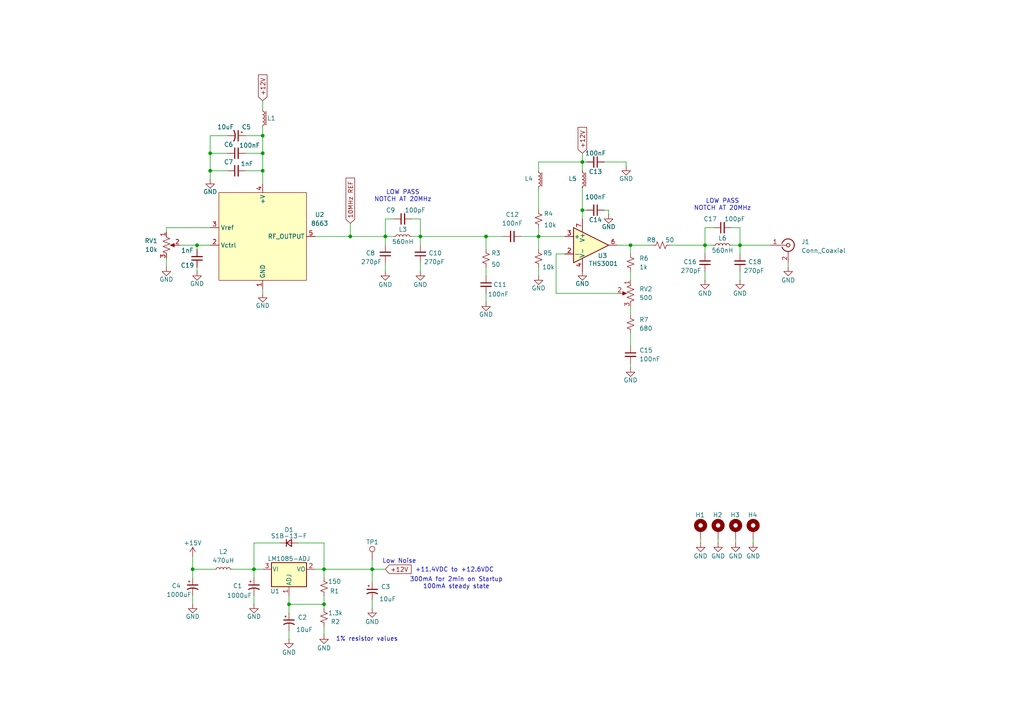
<source format=kicad_sch>
(kicad_sch (version 20231120) (generator "eeschema") (generator_version "8.0")
  (paper "A4")
  (lib_symbols
    (symbol "B12T_OPAMP:THS3001" (pin_names (offset 0.127))
      (property "Reference" "U" (at 0 5.08 0))
      (property "Value" "THS3001" (at 0 -5.08 0))
      (symbol "THS3001_0_1"
        (polyline (pts (xy -5.08 5.08) (xy 5.08 0) (xy -5.08 -5.08) (xy -5.08 5.08)) (stroke (width 0.254)) (fill (type background)))
        (pin no_connect line (at 2.54 0 270) (length 2.54) hide (name "NC") (number "1"))
        (pin power_in line (at -2.54 -7.62 90) (length 3.81) (name "V-") (number "4"))
        (pin no_connect line (at 0 2.54 270) (length 2.54) hide (name "NC") (number "5"))
        (pin power_in line (at -2.54 7.62 270) (length 3.81) (name "V+") (number "7"))
        (pin no_connect line (at 0 -2.54 90) (length 2.54) hide (name "NC") (number "8"))
      )
      (symbol "THS3001_1_1"
        (pin input line (at -7.62 -2.54 0) (length 2.54) (name "-") (number "2"))
        (pin input line (at -7.62 2.54 0) (length 2.54) (name "+") (number "3"))
        (pin output line (at 7.62 0 180) (length 2.54) (name "~") (number "6"))
        (pin power_in line (at -2.54 -7.62 90) (length 3.81) hide (name "V-") (number "9"))
      )
    )
    (symbol "Connector:Conn_Coaxial" (pin_names (offset 1.016) hide)
      (property "Reference" "J" (at 0.254 3.048 0))
      (property "Value" "Conn_Coaxial" (at 2.921 0 90))
      (symbol "Conn_Coaxial_0_1"
        (arc (start -1.778 -0.508) (mid 0.2311 -1.8066) (end 1.778 0) (stroke (width 0.254)))
        (polyline (pts (xy -2.54 0) (xy -0.508 0)))
        (polyline (pts (xy 0 -2.54) (xy 0 -1.778)))
        (circle (center 0 0) (radius 0.508) (stroke (width 0.2032)))
        (arc (start 1.778 0) (mid 0.2099 1.8101) (end -1.778 0.508) (stroke (width 0.254)))
      )
      (symbol "Conn_Coaxial_1_1"
        (pin passive line (at -5.08 0 0) (length 2.54) (name "In") (number "1"))
        (pin passive line (at 0 -5.08 90) (length 2.54) (name "Ext") (number "2"))
      )
    )
    (symbol "Connector:TestPoint" (pin_numbers hide) (pin_names (offset 0.762) hide)
      (property "Reference" "TP" (at 0 6.858 0))
      (property "Value" "TestPoint" (at 0 5.08 0))
      (symbol "TestPoint_0_1"
        (circle (center 0 3.302) (radius 0.762))
      )
      (symbol "TestPoint_1_1"
        (pin passive line (at 0 0 90) (length 2.54) (name "1") (number "1"))
      )
    )
    (symbol "Device:C_Polarized_Small_US" (pin_numbers hide) (pin_names (offset 0.254) hide)
      (property "Reference" "C" (at 0.254 1.778 0))
      (property "Value" "C_Polarized_Small_US" (at 0.254 -2.032 0))
      (symbol "C_Polarized_Small_US_0_1"
        (polyline (pts (xy -1.524 0.508) (xy 1.524 0.508)) (stroke (width 0.3048)))
        (polyline (pts (xy -1.27 1.524) (xy -0.762 1.524)))
        (polyline (pts (xy -1.016 1.27) (xy -1.016 1.778)))
        (arc (start 1.524 -0.762) (mid 0 -0.3734) (end -1.524 -0.762) (stroke (width 0.3048)))
      )
      (symbol "C_Polarized_Small_US_1_1"
        (pin passive line (at 0 2.54 270) (length 2.032) (name "~") (number "1"))
        (pin passive line (at 0 -2.54 90) (length 2.032) (name "~") (number "2"))
      )
    )
    (symbol "Device:C_Small" (pin_numbers hide) (pin_names (offset 0.254) hide)
      (property "Reference" "C" (at 0.254 1.778 0))
      (property "Value" "C_Small" (at 0.254 -2.032 0))
      (symbol "C_Small_0_1"
        (polyline (pts (xy -1.524 -0.508) (xy 1.524 -0.508)) (stroke (width 0.3302)))
        (polyline (pts (xy -1.524 0.508) (xy 1.524 0.508)) (stroke (width 0.3048)))
      )
      (symbol "C_Small_1_1"
        (pin passive line (at 0 2.54 270) (length 2.032) (name "~") (number "1"))
        (pin passive line (at 0 -2.54 90) (length 2.032) (name "~") (number "2"))
      )
    )
    (symbol "Device:D_Small" (pin_numbers hide) (pin_names (offset 0.254) hide)
      (property "Reference" "D" (at -1.27 2.032 0))
      (property "Value" "D_Small" (at -3.81 -2.032 0))
      (symbol "D_Small_0_1"
        (polyline (pts (xy -0.762 -1.016) (xy -0.762 1.016)) (stroke (width 0.254)))
        (polyline (pts (xy -0.762 0) (xy 0.762 0)))
        (polyline (pts (xy 0.762 -1.016) (xy -0.762 0) (xy 0.762 1.016) (xy 0.762 -1.016)) (stroke (width 0.254)))
      )
      (symbol "D_Small_1_1"
        (pin passive line (at -2.54 0 0) (length 1.778) (name "K") (number "1"))
        (pin passive line (at 2.54 0 180) (length 1.778) (name "A") (number "2"))
      )
    )
    (symbol "Device:L_Ferrite_Small" (pin_numbers hide) (pin_names (offset 0.254) hide)
      (property "Reference" "L" (at 1.27 1.016 0))
      (property "Value" "L_Ferrite_Small" (at 1.27 -1.27 0))
      (symbol "L_Ferrite_Small_0_1"
        (arc (start 0 -2.032) (mid 0.5058 -1.524) (end 0 -1.016))
        (arc (start 0 -1.016) (mid 0.5058 -0.508) (end 0 0))
        (polyline (pts (xy 0.762 -1.905) (xy 0.762 -1.651)))
        (polyline (pts (xy 0.762 -1.397) (xy 0.762 -1.143)))
        (polyline (pts (xy 0.762 -0.889) (xy 0.762 -0.635)))
        (polyline (pts (xy 0.762 -0.381) (xy 0.762 -0.127)))
        (polyline (pts (xy 0.762 0.127) (xy 0.762 0.381)))
        (polyline (pts (xy 0.762 0.635) (xy 0.762 0.889)))
        (polyline (pts (xy 0.762 1.143) (xy 0.762 1.397)))
        (polyline (pts (xy 0.762 1.651) (xy 0.762 1.905)))
        (polyline (pts (xy 1.016 -1.651) (xy 1.016 -1.905)))
        (polyline (pts (xy 1.016 -1.143) (xy 1.016 -1.397)))
        (polyline (pts (xy 1.016 -0.635) (xy 1.016 -0.889)))
        (polyline (pts (xy 1.016 -0.127) (xy 1.016 -0.381)))
        (polyline (pts (xy 1.016 0.381) (xy 1.016 0.127)))
        (polyline (pts (xy 1.016 0.889) (xy 1.016 0.635)))
        (polyline (pts (xy 1.016 1.397) (xy 1.016 1.143)))
        (polyline (pts (xy 1.016 1.905) (xy 1.016 1.651)))
        (arc (start 0 0) (mid 0.5058 0.508) (end 0 1.016))
        (arc (start 0 1.016) (mid 0.5058 1.524) (end 0 2.032))
      )
      (symbol "L_Ferrite_Small_1_1"
        (pin passive line (at 0 2.54 270) (length 0.508) (name "~") (number "1"))
        (pin passive line (at 0 -2.54 90) (length 0.508) (name "~") (number "2"))
      )
    )
    (symbol "Device:L_Small" (pin_numbers hide) (pin_names (offset 0.254) hide)
      (property "Reference" "L" (at 0.762 1.016 0))
      (property "Value" "L_Small" (at 0.762 -1.016 0))
      (symbol "L_Small_0_1"
        (arc (start 0 -2.032) (mid 0.5058 -1.524) (end 0 -1.016))
        (arc (start 0 -1.016) (mid 0.5058 -0.508) (end 0 0))
        (arc (start 0 0) (mid 0.5058 0.508) (end 0 1.016))
        (arc (start 0 1.016) (mid 0.5058 1.524) (end 0 2.032))
      )
      (symbol "L_Small_1_1"
        (pin passive line (at 0 2.54 270) (length 0.508) (name "~") (number "1"))
        (pin passive line (at 0 -2.54 90) (length 0.508) (name "~") (number "2"))
      )
    )
    (symbol "Device:R_Potentiometer_US" (pin_names (offset 1.016) hide)
      (property "Reference" "RV" (at -4.445 0 90))
      (property "Value" "R_Potentiometer_US" (at -2.54 0 90))
      (symbol "R_Potentiometer_US_0_1"
        (polyline (pts (xy 0 -2.286) (xy 0 -2.54)))
        (polyline (pts (xy 0 2.54) (xy 0 2.286)))
        (polyline (pts (xy 2.54 0) (xy 1.524 0)))
        (polyline (pts (xy 1.143 0) (xy 2.286 0.508) (xy 2.286 -0.508) (xy 1.143 0)) (fill (type outline)))
        (polyline (pts (xy 0 -0.762) (xy 1.016 -1.143) (xy 0 -1.524) (xy -1.016 -1.905) (xy 0 -2.286)))
        (polyline (pts (xy 0 0.762) (xy 1.016 0.381) (xy 0 0) (xy -1.016 -0.381) (xy 0 -0.762)))
        (polyline (pts (xy 0 2.286) (xy 1.016 1.905) (xy 0 1.524) (xy -1.016 1.143) (xy 0 0.762)))
      )
      (symbol "R_Potentiometer_US_1_1"
        (pin passive line (at 0 3.81 270) (length 1.27) (name "1") (number "1"))
        (pin passive line (at 3.81 0 180) (length 1.27) (name "2") (number "2"))
        (pin passive line (at 0 -3.81 90) (length 1.27) (name "3") (number "3"))
      )
    )
    (symbol "Device:R_Small_US" (pin_numbers hide) (pin_names (offset 0.254) hide)
      (property "Reference" "R" (at 0.762 0.508 0))
      (property "Value" "R_Small_US" (at 0.762 -1.016 0))
      (symbol "R_Small_US_1_1"
        (polyline (pts (xy 0 0) (xy 1.016 -0.381) (xy 0 -0.762) (xy -1.016 -1.143) (xy 0 -1.524)))
        (polyline (pts (xy 0 1.524) (xy 1.016 1.143) (xy 0 0.762) (xy -1.016 0.381) (xy 0 0)))
        (pin passive line (at 0 2.54 270) (length 1.016) (name "~") (number "1"))
        (pin passive line (at 0 -2.54 90) (length 1.016) (name "~") (number "2"))
      )
    )
    (symbol "Mechanical:MountingHole_Pad" (pin_numbers hide) (pin_names (offset 1.016) hide) (exclude_from_sim yes) (in_bom no)
      (property "Reference" "H" (at 0 6.35 0))
      (property "Value" "MountingHole_Pad" (at 0 4.445 0))
      (symbol "MountingHole_Pad_0_1"
        (circle (center 0 1.27) (radius 1.27) (stroke (width 1.27)))
      )
      (symbol "MountingHole_Pad_1_1"
        (pin input line (at 0 -2.54 90) (length 2.54) (name "1") (number "1"))
      )
    )
    (symbol "Regulator_Linear:LM1085-ADJ" (pin_names (offset 0.254))
      (property "Reference" "U" (at -3.81 3.175 0))
      (property "Value" "LM1085-ADJ" (at 0 3.175 0))
      (symbol "LM1085-ADJ_0_1"
        (rectangle (start -5.08 1.905) (end 5.08 -5.08) (stroke (width 0.254)) (fill (type background)))
      )
      (symbol "LM1085-ADJ_1_1"
        (pin input line (at 0 -7.62 90) (length 2.54) (name "ADJ") (number "1"))
        (pin power_out line (at 7.62 0 180) (length 2.54) (name "VO") (number "2"))
        (pin power_in line (at -7.62 0 0) (length 2.54) (name "VI") (number "3"))
      )
    )
    (symbol "_tim-RF:8663"
      (property "Reference" "U" (at 7.112 14.224 0))
      (property "Value" "8663" (at 8.89 -13.97 0))
      (symbol "8663_1_1"
        (rectangle (start -12.7 12.7) (end 12.7 -12.7) (fill (type background)))
        (pin power_in line (at 0 -15.24 90) (length 2.54) (name "GND") (number "1"))
        (pin output line (at -15.24 -2.54 0) (length 2.54) (name "Vctrl") (number "2"))
        (pin output line (at -15.24 2.54 0) (length 2.54) (name "Vref") (number "3"))
        (pin power_in line (at 0 15.24 270) (length 2.54) (name "+V") (number "4"))
        (pin output line (at 15.24 0 180) (length 2.54) (name "RF_OUTPUT") (number "5"))
      )
    )
    (symbol "power:+24V" (power) (pin_numbers hide) (pin_names (offset 0) hide)
      (property "Value" "+24V" (at 0 3.556 0))
      (symbol "+24V_0_1"
        (polyline (pts (xy -0.762 1.27) (xy 0 2.54)))
        (polyline (pts (xy 0 0) (xy 0 2.54)))
        (polyline (pts (xy 0 2.54) (xy 0.762 1.27)))
      )
      (symbol "+24V_1_1"
        (pin power_in line (at 0 0 90) (length 0) (name "~") (number "1"))
      )
    )
    (symbol "power:GND" (power) (pin_numbers hide) (pin_names (offset 0) hide)
      (property "Value" "GND" (at 0 -3.81 0))
      (symbol "GND_0_1"
        (polyline (pts (xy 0 0) (xy 0 -1.27) (xy 1.27 -1.27) (xy 0 -2.54) (xy -1.27 -1.27) (xy 0 -1.27)))
      )
      (symbol "GND_1_1"
        (pin power_in line (at 0 0 270) (length 0) (name "~") (number "1"))
      )
    )
  )
  (junction (at 83.82 175.26))
  (junction (at 121.92 68.58))
  (junction (at 76.2 39.37))
  (junction (at 60.96 44.45))
  (junction (at 60.96 49.53))
  (junction (at 76.2 49.53))
  (junction (at 55.88 165.1))
  (junction (at 107.95 165.1))
  (junction (at 156.21 68.58))
  (junction (at 93.98 175.26))
  (junction (at 168.91 46.99))
  (junction (at 101.6 68.58))
  (junction (at 182.88 71.12))
  (junction (at 214.63 71.12))
  (junction (at 76.2 44.45))
  (junction (at 111.76 68.58))
  (junction (at 204.47 71.12))
  (junction (at 57.15 71.12))
  (junction (at 140.97 68.58))
  (junction (at 93.98 165.1))
  (junction (at 73.66 165.1))
  (junction (at 168.91 60.96))
  (wire (pts (xy 121.92 68.58) (xy 119.38 68.58)))
  (wire (pts (xy 57.15 77.47) (xy 57.15 78.74)))
  (wire (pts (xy 156.21 68.58) (xy 156.21 72.39)))
  (wire (pts (xy 175.26 46.99) (xy 181.61 46.99)))
  (wire (pts (xy 182.88 88.9) (xy 182.88 91.44)))
  (wire (pts (xy 140.97 68.58) (xy 146.05 68.58)))
  (wire (pts (xy 214.63 73.66) (xy 214.63 71.12)))
  (wire (pts (xy 214.63 78.74) (xy 214.63 81.28)))
  (wire (pts (xy 140.97 77.47) (xy 140.97 80.01)))
  (wire (pts (xy 76.2 49.53) (xy 76.2 53.34)))
  (wire (pts (xy 91.44 165.1) (xy 93.98 165.1)))
  (wire (pts (xy 168.91 44.45) (xy 168.91 46.99)))
  (wire (pts (xy 176.53 60.96) (xy 176.53 62.23)))
  (wire (pts (xy 111.76 76.2) (xy 111.76 78.74)))
  (wire (pts (xy 182.88 78.74) (xy 182.88 81.28)))
  (wire (pts (xy 76.2 83.82) (xy 76.2 85.09)))
  (wire (pts (xy 204.47 66.04) (xy 204.47 71.12)))
  (wire (pts (xy 121.92 63.5) (xy 121.92 68.58)))
  (wire (pts (xy 60.96 49.53) (xy 66.04 49.53)))
  (wire (pts (xy 204.47 71.12) (xy 207.01 71.12)))
  (wire (pts (xy 67.31 165.1) (xy 73.66 165.1)))
  (wire (pts (xy 101.6 68.58) (xy 111.76 68.58)))
  (wire (pts (xy 73.66 165.1) (xy 76.2 165.1)))
  (wire (pts (xy 168.91 54.61) (xy 168.91 60.96)))
  (wire (pts (xy 76.2 49.53) (xy 76.2 44.45)))
  (wire (pts (xy 119.38 63.5) (xy 121.92 63.5)))
  (wire (pts (xy 55.88 165.1) (xy 62.23 165.1)))
  (wire (pts (xy 111.76 63.5) (xy 111.76 68.58)))
  (wire (pts (xy 48.26 67.31) (xy 48.26 66.04)))
  (wire (pts (xy 93.98 181.61) (xy 93.98 184.15)))
  (wire (pts (xy 55.88 161.29) (xy 55.88 165.1)))
  (wire (pts (xy 57.15 71.12) (xy 57.15 72.39)))
  (wire (pts (xy 161.29 85.09) (xy 161.29 73.66)))
  (wire (pts (xy 93.98 165.1) (xy 107.95 165.1)))
  (wire (pts (xy 182.88 105.41) (xy 182.88 106.68)))
  (wire (pts (xy 52.07 71.12) (xy 57.15 71.12)))
  (wire (pts (xy 93.98 175.26) (xy 93.98 176.53)))
  (wire (pts (xy 175.26 60.96) (xy 176.53 60.96)))
  (wire (pts (xy 218.44 156.21) (xy 218.44 157.48)))
  (wire (pts (xy 83.82 172.72) (xy 83.82 175.26)))
  (wire (pts (xy 76.2 44.45) (xy 76.2 39.37)))
  (wire (pts (xy 48.26 66.04) (xy 60.96 66.04)))
  (wire (pts (xy 151.13 68.58) (xy 156.21 68.58)))
  (wire (pts (xy 73.66 172.72) (xy 73.66 175.26)))
  (wire (pts (xy 107.95 165.1) (xy 107.95 168.91)))
  (wire (pts (xy 182.88 96.52) (xy 182.88 100.33)))
  (wire (pts (xy 111.76 71.12) (xy 111.76 68.58)))
  (wire (pts (xy 73.66 167.64) (xy 73.66 165.1)))
  (wire (pts (xy 214.63 71.12) (xy 212.09 71.12)))
  (wire (pts (xy 212.09 66.04) (xy 214.63 66.04)))
  (wire (pts (xy 228.6 76.2) (xy 228.6 77.47)))
  (wire (pts (xy 182.88 71.12) (xy 189.23 71.12)))
  (wire (pts (xy 107.95 173.99) (xy 107.95 176.53)))
  (wire (pts (xy 213.36 156.21) (xy 213.36 157.48)))
  (wire (pts (xy 156.21 66.04) (xy 156.21 68.58)))
  (wire (pts (xy 208.28 156.21) (xy 208.28 157.48)))
  (wire (pts (xy 55.88 172.72) (xy 55.88 175.26)))
  (wire (pts (xy 76.2 36.83) (xy 76.2 39.37)))
  (wire (pts (xy 83.82 175.26) (xy 93.98 175.26)))
  (wire (pts (xy 161.29 73.66) (xy 163.83 73.66)))
  (wire (pts (xy 73.66 157.48) (xy 73.66 165.1)))
  (wire (pts (xy 182.88 71.12) (xy 179.07 71.12)))
  (wire (pts (xy 76.2 29.21) (xy 76.2 31.75)))
  (wire (pts (xy 168.91 60.96) (xy 168.91 63.5)))
  (wire (pts (xy 156.21 46.99) (xy 156.21 49.53)))
  (wire (pts (xy 156.21 77.47) (xy 156.21 80.01)))
  (wire (pts (xy 168.91 60.96) (xy 170.18 60.96)))
  (wire (pts (xy 93.98 172.72) (xy 93.98 175.26)))
  (wire (pts (xy 156.21 54.61) (xy 156.21 60.96)))
  (wire (pts (xy 83.82 182.88) (xy 83.82 185.42)))
  (wire (pts (xy 60.96 39.37) (xy 66.04 39.37)))
  (wire (pts (xy 60.96 44.45) (xy 66.04 44.45)))
  (wire (pts (xy 214.63 66.04) (xy 214.63 71.12)))
  (wire (pts (xy 86.36 157.48) (xy 93.98 157.48)))
  (wire (pts (xy 179.07 85.09) (xy 161.29 85.09)))
  (wire (pts (xy 121.92 76.2) (xy 121.92 78.74)))
  (wire (pts (xy 194.31 71.12) (xy 204.47 71.12)))
  (wire (pts (xy 204.47 73.66) (xy 204.47 71.12)))
  (wire (pts (xy 214.63 71.12) (xy 223.52 71.12)))
  (wire (pts (xy 107.95 165.1) (xy 111.76 165.1)))
  (wire (pts (xy 93.98 167.64) (xy 93.98 165.1)))
  (wire (pts (xy 140.97 85.09) (xy 140.97 87.63)))
  (wire (pts (xy 168.91 46.99) (xy 170.18 46.99)))
  (wire (pts (xy 204.47 66.04) (xy 207.01 66.04)))
  (wire (pts (xy 93.98 157.48) (xy 93.98 165.1)))
  (wire (pts (xy 71.12 44.45) (xy 76.2 44.45)))
  (wire (pts (xy 182.88 73.66) (xy 182.88 71.12)))
  (wire (pts (xy 156.21 46.99) (xy 168.91 46.99)))
  (wire (pts (xy 71.12 39.37) (xy 76.2 39.37)))
  (wire (pts (xy 71.12 49.53) (xy 76.2 49.53)))
  (wire (pts (xy 203.2 156.21) (xy 203.2 157.48)))
  (wire (pts (xy 111.76 68.58) (xy 114.3 68.58)))
  (wire (pts (xy 60.96 49.53) (xy 60.96 44.45)))
  (wire (pts (xy 81.28 157.48) (xy 73.66 157.48)))
  (wire (pts (xy 181.61 46.99) (xy 181.61 48.26)))
  (wire (pts (xy 140.97 68.58) (xy 140.97 72.39)))
  (wire (pts (xy 204.47 78.74) (xy 204.47 81.28)))
  (wire (pts (xy 91.44 68.58) (xy 101.6 68.58)))
  (wire (pts (xy 107.95 162.56) (xy 107.95 165.1)))
  (wire (pts (xy 101.6 64.77) (xy 101.6 68.58)))
  (wire (pts (xy 83.82 175.26) (xy 83.82 177.8)))
  (wire (pts (xy 168.91 46.99) (xy 168.91 49.53)))
  (wire (pts (xy 55.88 167.64) (xy 55.88 165.1)))
  (wire (pts (xy 60.96 52.07) (xy 60.96 49.53)))
  (wire (pts (xy 48.26 74.93) (xy 48.26 77.47)))
  (wire (pts (xy 57.15 71.12) (xy 60.96 71.12)))
  (wire (pts (xy 121.92 71.12) (xy 121.92 68.58)))
  (wire (pts (xy 121.92 68.58) (xy 140.97 68.58)))
  (wire (pts (xy 156.21 68.58) (xy 163.83 68.58)))
  (wire (pts (xy 111.76 63.5) (xy 114.3 63.5)))
  (wire (pts (xy 60.96 44.45) (xy 60.96 39.37)))
  (text "300mA for 2min on Startup\n100mA steady state" (at 132.334 169.164 0) (effects (font (size 1.27 1.27))))
  (text "+11.4VDC to +12.6VDC" (at 131.826 165.354 0) (effects (font (size 1.27 1.27))))
  (text "LOW PASS\nNOTCH AT 20MHz" (at 209.55 59.436 0) (effects (font (size 1.27 1.27))))
  (text "Low Noise" (at 115.824 162.814 0) (effects (font (size 1.27 1.27))))
  (text "1% resistor values" (at 106.426 185.42 0) (effects (font (size 1.27 1.27))))
  (text "LOW PASS\nNOTCH AT 20MHz" (at 116.84 56.896 0) (effects (font (size 1.27 1.27))))
  (global_label "+12V" (shape input) (at 111.76 165.1 0) (property "Intersheetrefs" "${INTERSHEET_REFS}" (effects (hide yes))))
  (global_label "+12V" (shape input) (at 76.2 29.21 90) (property "Intersheetrefs" "${INTERSHEET_REFS}" (effects (hide yes))))
  (global_label "+12V" (shape input) (at 168.91 44.45 90) (property "Intersheetrefs" "${INTERSHEET_REFS}" (effects (hide yes))))
  (global_label "10MHz REF" (shape input) (at 101.6 64.77 90) (property "Intersheetrefs" "${INTERSHEET_REFS}" (effects (hide yes))))
  (symbol (lib_id "Device:C_Polarized_Small_US") (at 68.58 39.37 270) (unit 1)
    (property "Reference" "C5" (at 70.104 36.83 90) (effects (justify left)))
    (property "Value" "10uF" (at 62.992 36.83 90) (effects (justify left)))
    (property "Footprint" "Capacitor_Tantalum_SMD:CP_EIA-7343-31_Kemet-D" (effects (hide yes)))
    (property "Description" "Polarized capacitor, small US symbol" (effects (hide yes)))
    (property "Digikey" "399-3766-1-ND" (effects (hide yes)))
  )
  (symbol (lib_id "Mechanical:MountingHole_Pad") (at 213.36 153.67 0) (unit 1) (exclude_from_sim yes) (in_bom no)
    (property "Reference" "H3" (at 211.836 149.352 0) (effects (justify left)))
    (property "Value" "4-40" (effects (hide yes)))
    (property "Description" "Mounting Hole with connection" (effects (hide yes)))
  )
  (symbol (lib_id "power:+24V") (at 55.88 161.29 0) (unit 1)
    (property "Reference" "#PWR01" (effects (hide yes)))
    (property "Value" "+15V" (at 55.88 157.48 0))
    (property "Description" "Power symbol creates a global label with name \"+24V\"" (effects (hide yes)))
  )
  (symbol (lib_id "Device:C_Small") (at 140.97 82.55 0) (unit 1)
    (property "Reference" "C11" (at 145.034 82.55 0))
    (property "Value" "100nF" (at 144.526 85.344 0))
    (property "Footprint" "Capacitor_SMD:C_0402_1005Metric" (effects (hide yes)))
    (property "Description" "Unpolarized capacitor, small symbol" (effects (hide yes)))
  )
  (symbol (lib_id "power:GND") (at 121.92 78.74 0) (unit 1)
    (property "Reference" "#PWR011" (effects (hide yes)))
    (property "Value" "GND" (at 121.92 82.55 0))
    (property "Description" "Power symbol creates a global label with name \"GND\" , ground" (effects (hide yes)))
  )
  (symbol (lib_id "Device:L_Small") (at 64.77 165.1 90) (unit 1)
    (property "Reference" "L2" (at 64.77 160.02 90))
    (property "Value" "470uH" (at 64.77 162.56 90))
    (property "Footprint" "Inductor_SMD:L_Bourns-SRN1060" (effects (hide yes)))
    (property "Description" "Inductor, small symbol" (effects (hide yes)))
    (property "Digikey" "SRN1060-471MCT-ND" (effects (hide yes)))
  )
  (symbol (lib_id "power:GND") (at 55.88 175.26 0) (unit 1)
    (property "Reference" "#PWR06" (effects (hide yes)))
    (property "Value" "GND" (at 55.88 178.816 0))
    (property "Description" "Power symbol creates a global label with name \"GND\" , ground" (effects (hide yes)))
  )
  (symbol (lib_id "Device:C_Small") (at 209.55 66.04 90) (unit 1)
    (property "Reference" "C17" (at 205.994 63.5 90))
    (property "Value" "100pF" (at 213.106 63.5 90))
    (property "Footprint" "Capacitor_SMD:C_0402_1005Metric" (effects (hide yes)))
    (property "Description" "Unpolarized capacitor, small symbol" (effects (hide yes)))
  )
  (symbol (lib_id "power:GND") (at 218.44 157.48 0) (unit 1)
    (property "Reference" "#PWR024" (effects (hide yes)))
    (property "Value" "GND" (at 218.44 161.29 0))
    (property "Description" "Power symbol creates a global label with name \"GND\" , ground" (effects (hide yes)))
  )
  (symbol (lib_id "power:GND") (at 83.82 185.42 0) (unit 1)
    (property "Reference" "#PWR03" (effects (hide yes)))
    (property "Value" "GND" (at 83.82 189.23 0))
    (property "Description" "Power symbol creates a global label with name \"GND\" , ground" (effects (hide yes)))
  )
  (symbol (lib_id "Device:R_Small_US") (at 191.77 71.12 90) (unit 1)
    (property "Reference" "R8" (at 190.246 69.596 90) (effects (justify left)))
    (property "Value" "50" (at 195.58 69.596 90) (effects (justify left)))
    (property "Footprint" "Resistor_SMD:R_0402_1005Metric" (effects (hide yes)))
    (property "Description" "Resistor, small US symbol" (effects (hide yes)))
  )
  (symbol (lib_id "Device:C_Small") (at 148.59 68.58 270) (unit 1)
    (property "Reference" "C12" (at 148.5836 62.23 90))
    (property "Value" "100nF" (at 148.5836 64.77 90))
    (property "Footprint" "Capacitor_SMD:C_0402_1005Metric" (effects (hide yes)))
    (property "Description" "Unpolarized capacitor, small symbol" (effects (hide yes)))
  )
  (symbol (lib_id "power:GND") (at 76.2 85.09 0) (unit 1)
    (property "Reference" "#PWR08" (effects (hide yes)))
    (property "Value" "GND" (at 76.2 88.646 0))
    (property "Description" "Power symbol creates a global label with name \"GND\" , ground" (effects (hide yes)))
  )
  (symbol (lib_id "power:GND") (at 156.21 80.01 0) (unit 1)
    (property "Reference" "#PWR013" (effects (hide yes)))
    (property "Value" "GND" (at 156.21 83.566 0))
    (property "Description" "Power symbol creates a global label with name \"GND\" , ground" (effects (hide yes)))
  )
  (symbol (lib_id "Device:R_Small_US") (at 93.98 170.18 180) (unit 1)
    (property "Reference" "R1" (at 97.028 171.45 0))
    (property "Value" "150" (at 97.028 168.656 0))
    (property "Footprint" "Resistor_SMD:R_0402_1005Metric" (effects (hide yes)))
    (property "Description" "Resistor, small US symbol" (effects (hide yes)))
  )
  (symbol (lib_id "power:GND") (at 57.15 78.74 0) (unit 1)
    (property "Reference" "#PWR025" (effects (hide yes)))
    (property "Value" "GND" (at 57.15 82.296 0))
    (property "Description" "Power symbol creates a global label with name \"GND\" , ground" (effects (hide yes)))
  )
  (symbol (lib_id "power:GND") (at 111.76 78.74 0) (unit 1)
    (property "Reference" "#PWR010" (effects (hide yes)))
    (property "Value" "GND" (at 111.76 82.55 0))
    (property "Description" "Power symbol creates a global label with name \"GND\" , ground" (effects (hide yes)))
  )
  (symbol (lib_id "Device:D_Small") (at 83.82 157.48 0) (unit 1)
    (property "Reference" "D1" (at 83.82 153.67 0))
    (property "Value" "S1B-13-F" (at 83.82 155.448 0))
    (property "Footprint" "Diode_SMD:D_SMA" (effects (hide yes)))
    (property "Description" "Diode, small symbol" (effects (hide yes)))
    (property "Sim.Device" "D" (effects (hide yes)))
    (property "Sim.Pins" "1=K 2=A" (effects (hide yes)))
    (property "Digikey" "S1B-FDICT-ND" (effects (hide yes)))
  )
  (symbol (lib_id "power:GND") (at 107.95 176.53 0) (unit 1)
    (property "Reference" "#PWR05" (effects (hide yes)))
    (property "Value" "GND" (at 107.95 180.34 0))
    (property "Description" "Power symbol creates a global label with name \"GND\" , ground" (effects (hide yes)))
  )
  (symbol (lib_id "Connector:TestPoint") (at 107.95 162.56 0) (unit 1) (in_bom no)
    (property "Reference" "TP1" (at 106.172 157.226 0) (effects (justify left)))
    (property "Value" "TestPoint" (effects (hide yes)))
    (property "Footprint" "TestPoint:TestPoint_Pad_D1.0mm" (effects (hide yes)))
    (property "Description" "test point" (effects (hide yes)))
  )
  (symbol (lib_id "Device:C_Small") (at 182.88 102.87 0) (unit 1)
    (property "Reference" "C15" (at 185.42 101.6062 0) (effects (justify left)))
    (property "Value" "100nF" (at 185.42 104.1462 0) (effects (justify left)))
    (property "Footprint" "Capacitor_SMD:C_0402_1005Metric" (effects (hide yes)))
    (property "Description" "Unpolarized capacitor, small symbol" (effects (hide yes)))
  )
  (symbol (lib_id "Mechanical:MountingHole_Pad") (at 218.44 153.67 0) (unit 1) (exclude_from_sim yes) (in_bom no)
    (property "Reference" "H4" (at 216.916 149.352 0) (effects (justify left)))
    (property "Value" "4-40" (effects (hide yes)))
    (property "Description" "Mounting Hole with connection" (effects (hide yes)))
  )
  (symbol (lib_id "power:GND") (at 208.28 157.48 0) (unit 1)
    (property "Reference" "#PWR022" (effects (hide yes)))
    (property "Value" "GND" (at 208.28 161.29 0))
    (property "Description" "Power symbol creates a global label with name \"GND\" , ground" (effects (hide yes)))
  )
  (symbol (lib_id "B12T_OPAMP:THS3001") (at 171.45 71.12 0) (unit 1)
    (property "Reference" "U3" (at 174.752 74.168 0))
    (property "Value" "THS3001" (at 175.006 76.454 0))
    (property "Footprint" "Package_SO:HVSSOP-8-1EP_3x3mm_P0.65mm_EP1.57x1.89mm_ThermalVias" (effects (hide yes)))
    (property "Datasheet" "https://www.ti.com/lit/ds/symlink/ths3001.pdf" (effects (hide yes)))
    (property "Description" "420-MHz HIGH-SPEED CURRENT-FEEDBACK AMPLIFIER" (effects (hide yes)))
    (property "Digikey" "296-12006-1-ND" (effects (hide yes)))
  )
  (symbol (lib_id "Device:R_Small_US") (at 156.21 63.5 0) (unit 1)
    (property "Reference" "R4" (at 157.734 61.976 0) (effects (justify left)))
    (property "Value" "10k" (at 157.734 65.278 0) (effects (justify left)))
    (property "Footprint" "Resistor_SMD:R_0402_1005Metric" (effects (hide yes)))
    (property "Description" "Resistor, small US symbol" (effects (hide yes)))
  )
  (symbol (lib_id "Device:R_Small_US") (at 182.88 76.2 0) (unit 1)
    (property "Reference" "R6" (at 185.42 74.9299 0) (effects (justify left)))
    (property "Value" "1k" (at 185.42 77.4699 0) (effects (justify left)))
    (property "Footprint" "Resistor_SMD:R_0402_1005Metric" (effects (hide yes)))
    (property "Description" "Resistor, small US symbol" (effects (hide yes)))
  )
  (symbol (lib_id "_tim-RF:8663") (at 76.2 68.58 0) (unit 1)
    (property "Reference" "U2" (at 92.71 62.2614 0))
    (property "Value" "8663" (at 92.71 64.8014 0))
    (property "Description" "Oven Controlled Crystal Oscillator" (effects (hide yes)))
  )
  (symbol (lib_id "power:GND") (at 214.63 81.28 0) (unit 1)
    (property "Reference" "#PWR019" (effects (hide yes)))
    (property "Value" "GND" (at 214.63 85.09 0))
    (property "Description" "Power symbol creates a global label with name \"GND\" , ground" (effects (hide yes)))
  )
  (symbol (lib_id "Device:R_Small_US") (at 93.98 179.07 180) (unit 1)
    (property "Reference" "R2" (at 97.282 180.34 0))
    (property "Value" "1.3k" (at 97.282 177.8 0))
    (property "Footprint" "Resistor_SMD:R_0402_1005Metric" (effects (hide yes)))
    (property "Description" "Resistor, small US symbol" (effects (hide yes)))
  )
  (symbol (lib_id "power:GND") (at 168.91 78.74 0) (unit 1)
    (property "Reference" "#PWR014" (effects (hide yes)))
    (property "Value" "GND" (at 168.91 82.296 0))
    (property "Description" "Power symbol creates a global label with name \"GND\" , ground" (effects (hide yes)))
  )
  (symbol (lib_id "Device:C_Small") (at 172.72 60.96 270) (unit 1)
    (property "Reference" "C14" (at 172.72 63.754 90))
    (property "Value" "100nF" (at 172.7136 57.15 90))
    (property "Footprint" "Capacitor_SMD:C_0402_1005Metric" (effects (hide yes)))
    (property "Description" "Unpolarized capacitor, small symbol" (effects (hide yes)))
  )
  (symbol (lib_id "power:GND") (at 73.66 175.26 0) (unit 1)
    (property "Reference" "#PWR02" (effects (hide yes)))
    (property "Value" "GND" (at 73.66 178.816 0))
    (property "Description" "Power symbol creates a global label with name \"GND\" , ground" (effects (hide yes)))
  )
  (symbol (lib_id "Device:C_Small") (at 111.76 73.66 180) (unit 1)
    (property "Reference" "C8" (at 107.442 73.406 0))
    (property "Value" "270pF" (at 107.696 75.946 0))
    (property "Footprint" "Capacitor_SMD:C_0402_1005Metric" (effects (hide yes)))
    (property "Description" "Unpolarized capacitor, small symbol" (effects (hide yes)))
    (property "Digikey" "490-16450-1-ND" (effects (hide yes)))
  )
  (symbol (lib_id "Device:R_Potentiometer_US") (at 48.26 71.12 0) (unit 1)
    (property "Reference" "RV1" (at 45.72 69.8499 0) (effects (justify right)))
    (property "Value" "10k" (at 45.72 72.3899 0) (effects (justify right)))
    (property "Footprint" "Potentiometer_THT:Potentiometer_Bourns_3296W_Vertical" (effects (hide yes)))
    (property "Datasheet" "https://www.bourns.com/docs/product-datasheets/3296.pdf" (effects (hide yes)))
    (property "Description" "Potentiometer, US symbol" (effects (hide yes)))
    (property "Digikey" "3296W-103LF-ND" (effects (hide yes)))
  )
  (symbol (lib_id "Mechanical:MountingHole_Pad") (at 208.28 153.67 0) (unit 1) (exclude_from_sim yes) (in_bom no)
    (property "Reference" "H2" (at 206.756 149.352 0) (effects (justify left)))
    (property "Value" "4-40" (effects (hide yes)))
    (property "Description" "Mounting Hole with connection" (effects (hide yes)))
  )
  (symbol (lib_id "Device:R_Small_US") (at 182.88 93.98 0) (unit 1)
    (property "Reference" "R7" (at 185.42 92.7099 0) (effects (justify left)))
    (property "Value" "680" (at 185.42 95.2499 0) (effects (justify left)))
    (property "Footprint" "Resistor_SMD:R_0402_1005Metric" (effects (hide yes)))
    (property "Description" "Resistor, small US symbol" (effects (hide yes)))
  )
  (symbol (lib_id "Device:L_Small") (at 209.55 71.12 90) (unit 1)
    (property "Reference" "L6" (at 209.55 69.088 90))
    (property "Value" "560nH" (at 209.55 72.644 90))
    (property "Footprint" "Inductor_SMD:L_0805_2012Metric" (effects (hide yes)))
    (property "Description" "Inductor, small symbol" (effects (hide yes)))
    (property "Digikey" "445-181347-1-ND" (effects (hide yes)))
  )
  (symbol (lib_id "Device:L_Ferrite_Small") (at 156.21 52.07 0) (unit 1)
    (property "Reference" "L4" (at 152.146 51.816 0) (effects (justify left)))
    (property "Value" "Bead" (effects (hide yes)))
    (property "Footprint" "Inductor_SMD:L_0805_2012Metric" (effects (hide yes)))
    (property "Description" "Inductor with ferrite core, small symbol" (effects (hide yes)))
    (property "Digikey" "490-1054-1-ND" (effects (hide yes)))
  )
  (symbol (lib_id "power:GND") (at 204.47 81.28 0) (unit 1)
    (property "Reference" "#PWR018" (effects (hide yes)))
    (property "Value" "GND" (at 204.47 85.09 0))
    (property "Description" "Power symbol creates a global label with name \"GND\" , ground" (effects (hide yes)))
  )
  (symbol (lib_id "Device:C_Polarized_Small_US") (at 107.95 171.45 0) (unit 1)
    (property "Reference" "C3" (at 110.49 170.18 0) (effects (justify left)))
    (property "Value" "10uF" (at 109.982 173.736 0) (effects (justify left)))
    (property "Footprint" "Capacitor_Tantalum_SMD:CP_EIA-7343-31_Kemet-D" (effects (hide yes)))
    (property "Description" "Polarized capacitor, small US symbol" (effects (hide yes)))
    (property "Digikey" "399-3766-1-ND" (effects (hide yes)))
  )
  (symbol (lib_id "power:GND") (at 60.96 52.07 0) (unit 1)
    (property "Reference" "#PWR09" (effects (hide yes)))
    (property "Value" "GND" (at 60.96 55.626 0))
    (property "Description" "Power symbol creates a global label with name \"GND\" , ground" (effects (hide yes)))
  )
  (symbol (lib_id "power:GND") (at 93.98 184.15 0) (unit 1)
    (property "Reference" "#PWR04" (effects (hide yes)))
    (property "Value" "GND" (at 93.98 187.96 0))
    (property "Description" "Power symbol creates a global label with name \"GND\" , ground" (effects (hide yes)))
  )
  (symbol (lib_id "Device:R_Small_US") (at 140.97 74.93 0) (unit 1)
    (property "Reference" "R3" (at 142.494 73.406 0) (effects (justify left)))
    (property "Value" "50" (at 142.494 76.708 0) (effects (justify left)))
    (property "Footprint" "Resistor_SMD:R_0402_1005Metric" (effects (hide yes)))
    (property "Description" "Resistor, small US symbol" (effects (hide yes)))
  )
  (symbol (lib_id "Device:C_Small") (at 68.58 44.45 90) (unit 1)
    (property "Reference" "C6" (at 66.294 41.91 90))
    (property "Value" "100nF" (at 72.39 42.164 90))
    (property "Description" "Unpolarized capacitor, small symbol" (effects (hide yes)))
  )
  (symbol (lib_id "power:GND") (at 228.6 77.47 0) (unit 1)
    (property "Reference" "#PWR020" (effects (hide yes)))
    (property "Value" "GND" (at 228.6 81.28 0))
    (property "Description" "Power symbol creates a global label with name \"GND\" , ground" (effects (hide yes)))
  )
  (symbol (lib_id "Device:C_Polarized_Small_US") (at 55.88 170.18 0) (unit 1)
    (property "Reference" "C4" (at 49.784 169.926 0) (effects (justify left)))
    (property "Value" "1000uF" (at 48.26 172.466 0) (effects (justify left)))
    (property "Footprint" "Capacitor_Tantalum_SMD:CP_EIA-7343-31_Kemet-D" (effects (hide yes)))
    (property "Description" "Polarized capacitor, small US symbol" (effects (hide yes)))
    (property "Digikey" "399-3766-1-ND" (effects (hide yes)))
  )
  (symbol (lib_id "power:GND") (at 176.53 62.23 0) (unit 1)
    (property "Reference" "#PWR015" (effects (hide yes)))
    (property "Value" "GND" (at 176.53 65.786 0))
    (property "Description" "Power symbol creates a global label with name \"GND\" , ground" (effects (hide yes)))
  )
  (symbol (lib_id "Device:C_Small") (at 172.72 46.99 270) (unit 1)
    (property "Reference" "C13" (at 172.72 49.784 90))
    (property "Value" "100nF" (at 172.72 44.45 90))
    (property "Footprint" "Capacitor_SMD:C_0402_1005Metric" (effects (hide yes)))
    (property "Description" "Unpolarized capacitor, small symbol" (effects (hide yes)))
  )
  (symbol (lib_id "Device:C_Small") (at 214.63 76.2 180) (unit 1)
    (property "Reference" "C18" (at 218.948 75.946 0))
    (property "Value" "270pF" (at 218.694 78.486 0))
    (property "Footprint" "Capacitor_SMD:C_0402_1005Metric" (effects (hide yes)))
    (property "Description" "Unpolarized capacitor, small symbol" (effects (hide yes)))
    (property "Digikey" "490-16450-1-ND" (effects (hide yes)))
  )
  (symbol (lib_id "Device:L_Small") (at 116.84 68.58 90) (unit 1)
    (property "Reference" "L3" (at 116.84 66.548 90))
    (property "Value" "560nH" (at 116.84 70.104 90))
    (property "Footprint" "Inductor_SMD:L_0805_2012Metric" (effects (hide yes)))
    (property "Description" "Inductor, small symbol" (effects (hide yes)))
    (property "Digikey" "445-181347-1-ND" (effects (hide yes)))
  )
  (symbol (lib_id "Device:C_Polarized_Small_US") (at 73.66 170.18 0) (unit 1)
    (property "Reference" "C1" (at 67.564 169.926 0) (effects (justify left)))
    (property "Value" "1000uF" (at 65.786 172.72 0) (effects (justify left)))
    (property "Footprint" "Capacitor_Tantalum_SMD:CP_EIA-7343-31_Kemet-D" (effects (hide yes)))
    (property "Description" "Polarized capacitor, small US symbol" (effects (hide yes)))
    (property "Digikey" "399-3766-1-ND" (effects (hide yes)))
  )
  (symbol (lib_id "Mechanical:MountingHole_Pad") (at 203.2 153.67 0) (unit 1) (exclude_from_sim yes) (in_bom no)
    (property "Reference" "H1" (at 201.676 149.352 0) (effects (justify left)))
    (property "Value" "4-40" (effects (hide yes)))
    (property "Description" "Mounting Hole with connection" (effects (hide yes)))
  )
  (symbol (lib_id "Connector:Conn_Coaxial") (at 228.6 71.12 0) (unit 1)
    (property "Reference" "J1" (at 232.41 70.1431 0) (effects (justify left)))
    (property "Value" "Conn_Coaxial" (at 232.41 72.6831 0) (effects (justify left)))
    (property "Description" "coaxial connector (BNC, SMA, SMB, SMC, Cinch/RCA, LEMO, ...)" (effects (hide yes)))
  )
  (symbol (lib_id "Device:R_Potentiometer_US") (at 182.88 85.09 0) (mirror y) (unit 1)
    (property "Reference" "RV2" (at 185.42 83.8199 0) (effects (justify right)))
    (property "Value" "500" (at 185.42 86.3599 0) (effects (justify right)))
    (property "Footprint" "Potentiometer_THT:Potentiometer_Bourns_3296W_Vertical" (effects (hide yes)))
    (property "Datasheet" "https://www.bourns.com/docs/product-datasheets/3296.pdf" (effects (hide yes)))
    (property "Description" "Potentiometer, US symbol" (effects (hide yes)))
    (property "Digikey" "3296W-501LF-ND" (effects (hide yes)))
  )
  (symbol (lib_id "Device:C_Small") (at 116.84 63.5 90) (unit 1)
    (property "Reference" "C9" (at 113.284 60.96 90))
    (property "Value" "100pF" (at 120.396 60.96 90))
    (property "Footprint" "Capacitor_SMD:C_0402_1005Metric" (effects (hide yes)))
    (property "Description" "Unpolarized capacitor, small symbol" (effects (hide yes)))
  )
  (symbol (lib_id "Device:L_Ferrite_Small") (at 76.2 34.29 0) (unit 1)
    (property "Reference" "L1" (at 77.47 34.29 0) (effects (justify left)))
    (property "Value" "Bead" (effects (hide yes)))
    (property "Footprint" "Inductor_SMD:L_0805_2012Metric" (effects (hide yes)))
    (property "Description" "Inductor with ferrite core, small symbol" (effects (hide yes)))
    (property "Digikey" "490-1054-1-ND" (effects (hide yes)))
  )
  (symbol (lib_id "Device:C_Small") (at 68.58 49.53 90) (unit 1)
    (property "Reference" "C7" (at 66.294 46.99 90))
    (property "Value" "1nF" (at 71.628 47.498 90))
    (property "Description" "Unpolarized capacitor, small symbol" (effects (hide yes)))
  )
  (symbol (lib_id "Device:R_Small_US") (at 156.21 74.93 0) (unit 1)
    (property "Reference" "R5" (at 157.48 73.406 0) (effects (justify left)))
    (property "Value" "10k" (at 157.226 77.47 0) (effects (justify left)))
    (property "Footprint" "Resistor_SMD:R_0402_1005Metric" (effects (hide yes)))
    (property "Description" "Resistor, small US symbol" (effects (hide yes)))
  )
  (symbol (lib_id "power:GND") (at 182.88 106.68 0) (unit 1)
    (property "Reference" "#PWR017" (effects (hide yes)))
    (property "Value" "GND" (at 182.88 110.236 0))
    (property "Description" "Power symbol creates a global label with name \"GND\" , ground" (effects (hide yes)))
  )
  (symbol (lib_id "Device:C_Small") (at 121.92 73.66 180) (unit 1)
    (property "Reference" "C10" (at 126.238 73.406 0))
    (property "Value" "270pF" (at 125.984 75.946 0))
    (property "Footprint" "Capacitor_SMD:C_0402_1005Metric" (effects (hide yes)))
    (property "Description" "Unpolarized capacitor, small symbol" (effects (hide yes)))
    (property "Digikey" "490-16450-1-ND" (effects (hide yes)))
  )
  (symbol (lib_id "power:GND") (at 48.26 77.47 0) (unit 1)
    (property "Reference" "#PWR07" (effects (hide yes)))
    (property "Value" "GND" (at 48.26 81.026 0))
    (property "Description" "Power symbol creates a global label with name \"GND\" , ground" (effects (hide yes)))
  )
  (symbol (lib_id "Regulator_Linear:LM1085-ADJ") (at 83.82 165.1 0) (unit 1)
    (property "Reference" "U1" (at 79.756 171.45 0))
    (property "Value" "LM1085-ADJ" (at 83.82 162.052 0))
    (property "Footprint" "Package_TO_SOT_SMD:TO-263-3_TabPin2" (effects (hide yes)))
    (property "Datasheet" "http://www.ti.com/lit/ds/symlink/lm1085.pdf" (effects (hide yes)))
    (property "Description" "3A 29V Adjustable Linear Regulator, TO-220 / TO-263 (D2-PAK)" (effects (hide yes)))
    (property "Digikey" "LM1085ISX-ADJ/NOPBCT-ND" (effects (hide yes)))
  )
  (symbol (lib_id "Device:L_Ferrite_Small") (at 168.91 52.07 0) (unit 1)
    (property "Reference" "L5" (at 164.846 51.816 0) (effects (justify left)))
    (property "Value" "Bead" (effects (hide yes)))
    (property "Footprint" "Inductor_SMD:L_0805_2012Metric" (effects (hide yes)))
    (property "Description" "Inductor with ferrite core, small symbol" (effects (hide yes)))
    (property "Digikey" "490-1054-1-ND" (effects (hide yes)))
  )
  (symbol (lib_id "power:GND") (at 181.61 48.26 0) (unit 1)
    (property "Reference" "#PWR016" (effects (hide yes)))
    (property "Value" "GND" (at 181.61 51.816 0))
    (property "Description" "Power symbol creates a global label with name \"GND\" , ground" (effects (hide yes)))
  )
  (symbol (lib_id "power:GND") (at 140.97 87.63 0) (unit 1)
    (property "Reference" "#PWR012" (effects (hide yes)))
    (property "Value" "GND" (at 140.97 91.186 0))
    (property "Description" "Power symbol creates a global label with name \"GND\" , ground" (effects (hide yes)))
  )
  (symbol (lib_id "power:GND") (at 213.36 157.48 0) (unit 1)
    (property "Reference" "#PWR023" (effects (hide yes)))
    (property "Value" "GND" (at 213.36 161.29 0))
    (property "Description" "Power symbol creates a global label with name \"GND\" , ground" (effects (hide yes)))
  )
  (symbol (lib_id "Device:C_Small") (at 57.15 74.93 180) (unit 1)
    (property "Reference" "C19" (at 54.356 76.962 0))
    (property "Value" "1nF" (at 54.356 72.644 0))
    (property "Description" "Unpolarized capacitor, small symbol" (effects (hide yes)))
  )
  (symbol (lib_id "power:GND") (at 203.2 157.48 0) (unit 1)
    (property "Reference" "#PWR021" (effects (hide yes)))
    (property "Value" "GND" (at 203.2 161.29 0))
    (property "Description" "Power symbol creates a global label with name \"GND\" , ground" (effects (hide yes)))
  )
  (symbol (lib_id "Device:C_Polarized_Small_US") (at 83.82 180.34 0) (unit 1)
    (property "Reference" "C2" (at 86.36 179.07 0) (effects (justify left)))
    (property "Value" "10uF" (at 85.852 182.626 0) (effects (justify left)))
    (property "Footprint" "Capacitor_Tantalum_SMD:CP_EIA-7343-31_Kemet-D" (effects (hide yes)))
    (property "Description" "Polarized capacitor, small US symbol" (effects (hide yes)))
    (property "Digikey" "399-3766-1-ND" (effects (hide yes)))
  )
  (symbol (lib_id "Device:C_Small") (at 204.47 76.2 180) (unit 1)
    (property "Reference" "C16" (at 200.152 75.946 0))
    (property "Value" "270pF" (at 200.406 78.486 0))
    (property "Footprint" "Capacitor_SMD:C_0402_1005Metric" (effects (hide yes)))
    (property "Description" "Unpolarized capacitor, small symbol" (effects (hide yes)))
    (property "Digikey" "490-16450-1-ND" (effects (hide yes)))
  )
)
</source>
